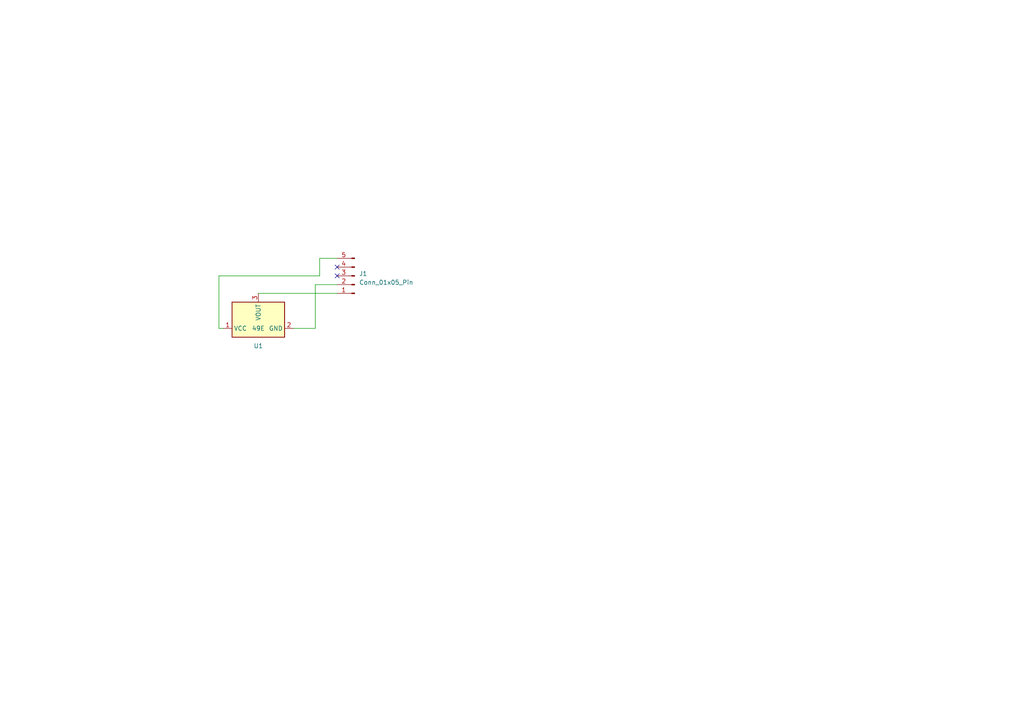
<source format=kicad_sch>
(kicad_sch (version 20230121) (generator eeschema)
  (paper "A4")
  (lib_symbols
    (symbol "Connector:Conn_01x05_Pin" (pin_names (offset 1.016) hide)
      (property "Reference" "J" (at 0 7.62 0))
      (property "Value" "Conn_01x05_Pin" (at 0 -7.62 0))
      (symbol "Conn_01x05_Pin_1_1"
        (polyline (pts (xy 1.27 -5.08) (xy 0.8636 -5.08)) (stroke (width 0.1524)))
        (polyline (pts (xy 1.27 -2.54) (xy 0.8636 -2.54)) (stroke (width 0.1524)))
        (polyline (pts (xy 1.27 0) (xy 0.8636 0)) (stroke (width 0.1524)))
        (polyline (pts (xy 1.27 2.54) (xy 0.8636 2.54)) (stroke (width 0.1524)))
        (polyline (pts (xy 1.27 5.08) (xy 0.8636 5.08)) (stroke (width 0.1524)))
        (rectangle (start 0.8636 -4.953) (end 0 -5.207) (stroke (width 0.1524)) (fill (type outline)))
        (rectangle (start 0.8636 -2.413) (end 0 -2.667) (stroke (width 0.1524)) (fill (type outline)))
        (rectangle (start 0.8636 0.127) (end 0 -0.127) (stroke (width 0.1524)) (fill (type outline)))
        (rectangle (start 0.8636 2.667) (end 0 2.413) (stroke (width 0.1524)) (fill (type outline)))
        (rectangle (start 0.8636 5.207) (end 0 4.953) (stroke (width 0.1524)) (fill (type outline)))
        (pin passive line (at 5.08 5.08 180) (length 3.81) (name "Pin_1") (number "1"))
        (pin passive line (at 5.08 2.54 180) (length 3.81) (name "Pin_2") (number "2"))
        (pin passive line (at 5.08 0 180) (length 3.81) (name "Pin_3") (number "3"))
        (pin passive line (at 5.08 -2.54 180) (length 3.81) (name "Pin_4") (number "4"))
        (pin passive line (at 5.08 -5.08 180) (length 3.81) (name "Pin_5") (number "5"))
      )
    )
    (symbol "Sensor_Magnetic:A1301KUA-T"
      (property "Reference" "U" (at 0 11.43 0))
      (property "Value" "A1301KUA-T" (at 0 8.89 0))
      (symbol "A1301KUA-T_0_1"
        (rectangle (start -5.08 7.62) (end 5.08 -7.62) (stroke (width 0.254)) (fill (type background)))
      )
      (symbol "A1301KUA-T_1_1"
        (pin power_in line (at -2.54 10.16 270) (length 2.54) (name "VCC") (number "1"))
        (pin power_in line (at -2.54 -10.16 90) (length 2.54) (name "GND") (number "2"))
        (pin output line (at 7.62 0 180) (length 2.54) (name "VOUT") (number "3"))
      )
    )
  )
  (no_connect (at 97.79 80.01))
  (no_connect (at 97.79 77.47))
  (wire (pts (xy 63.5 80.01) (xy 92.71 80.01)))
  (wire (pts (xy 91.44 82.55) (xy 91.44 95.25)))
  (wire (pts (xy 92.71 74.93) (xy 92.71 80.01)))
  (wire (pts (xy 92.71 74.93) (xy 97.79 74.93)))
  (wire (pts (xy 64.77 95.25) (xy 63.5 95.25)))
  (wire (pts (xy 91.44 82.55) (xy 97.79 82.55)))
  (wire (pts (xy 63.5 95.25) (xy 63.5 80.01)))
  (wire (pts (xy 91.44 95.25) (xy 85.09 95.25)))
  (wire (pts (xy 74.93 85.09) (xy 97.79 85.09)))
  (symbol (lib_id "Connector:Conn_01x05_Pin") (at 102.87 80.01 180) (unit 1)
    (property "Reference" "J1" (at 104.14 79.375 0) (effects (justify right)))
    (property "Value" "Conn_01x05_Pin" (at 104.14 81.915 0) (effects (justify right)))
    (property "Footprint" "Connector_PinHeader_1.27mm:PinHeader_1x05_P1.27mm_Vertical" (effects hide))
  )
  (symbol (lib_id "Sensor_Magnetic:A1301KUA-T") (at 74.93 92.71 90) (unit 1)
    (property "Reference" "U1" (at 74.93 100.33 90))
    (property "Value" "49E" (at 74.93 95.25 90))
    (property "Footprint" "Package_TO_SOT_THT:TO-92S" (effects hide))
    (property "Datasheet" "http://www.allegromicro.com/~/media/Files/Datasheets/A1301-2-Datasheet.ashx" (effects hide))
  )
)
</source>
